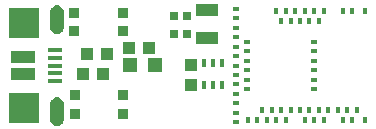
<source format=gbr>
G04 EAGLE Gerber RS-274X export*
G75*
%MOMM*%
%FSLAX34Y34*%
%LPD*%
%INSolderpaste Top*%
%IPPOS*%
%AMOC8*
5,1,8,0,0,1.08239X$1,22.5*%
G01*
%ADD10R,0.900000X0.900000*%
%ADD11R,2.000000X1.000000*%
%ADD12R,2.500000X2.500000*%
%ADD13R,1.250000X0.300000*%
%ADD14R,1.200000X1.200000*%
%ADD15R,0.400000X0.600000*%
%ADD16R,0.600000X0.400000*%
%ADD17R,1.000000X1.075000*%
%ADD18R,1.075000X1.000000*%
%ADD19R,0.350000X0.700000*%
%ADD20R,1.900000X1.100000*%
%ADD21R,0.800000X0.800000*%

G36*
X53548Y115773D02*
X53548Y115773D01*
X54822Y115973D01*
X54869Y115990D01*
X54959Y116011D01*
X56155Y116489D01*
X56198Y116516D01*
X56281Y116556D01*
X57341Y117288D01*
X57377Y117324D01*
X57448Y117382D01*
X58319Y118332D01*
X58346Y118374D01*
X58403Y118447D01*
X59040Y119567D01*
X59057Y119614D01*
X59096Y119697D01*
X59469Y120931D01*
X59474Y120981D01*
X59494Y121071D01*
X59583Y122356D01*
X59581Y122376D01*
X59584Y122400D01*
X59584Y133400D01*
X59582Y133415D01*
X59583Y133435D01*
X59522Y134561D01*
X59511Y134608D01*
X59503Y134684D01*
X59222Y135777D01*
X59202Y135821D01*
X59180Y135894D01*
X58692Y136911D01*
X58664Y136950D01*
X58627Y137017D01*
X57950Y137920D01*
X57915Y137953D01*
X57866Y138011D01*
X57026Y138764D01*
X56985Y138790D01*
X56925Y138838D01*
X55954Y139412D01*
X55909Y139429D01*
X55842Y139465D01*
X54777Y139839D01*
X54730Y139847D01*
X54657Y139869D01*
X53540Y140028D01*
X53512Y140027D01*
X53360Y140028D01*
X52244Y139869D01*
X52198Y139854D01*
X52123Y139839D01*
X51058Y139465D01*
X51016Y139441D01*
X50946Y139412D01*
X49975Y138838D01*
X49938Y138806D01*
X49874Y138764D01*
X49034Y138011D01*
X49005Y137974D01*
X48950Y137920D01*
X48273Y137017D01*
X48251Y136974D01*
X48208Y136911D01*
X47720Y135894D01*
X47707Y135847D01*
X47678Y135777D01*
X47397Y134684D01*
X47394Y134636D01*
X47378Y134561D01*
X47317Y133435D01*
X47319Y133419D01*
X47316Y133400D01*
X47316Y122400D01*
X47319Y122385D01*
X47317Y122365D01*
X47378Y121239D01*
X47390Y121192D01*
X47397Y121116D01*
X47678Y120023D01*
X47698Y119979D01*
X47720Y119906D01*
X48208Y118889D01*
X48237Y118850D01*
X48273Y118783D01*
X48950Y117880D01*
X48985Y117847D01*
X49034Y117789D01*
X49874Y117036D01*
X49915Y117010D01*
X49975Y116962D01*
X50946Y116388D01*
X50991Y116371D01*
X51058Y116335D01*
X52123Y115961D01*
X52170Y115953D01*
X52244Y115931D01*
X53360Y115772D01*
X53361Y115772D01*
X53548Y115773D01*
G37*
G36*
X53548Y37773D02*
X53548Y37773D01*
X54822Y37973D01*
X54869Y37990D01*
X54959Y38011D01*
X56155Y38489D01*
X56198Y38516D01*
X56281Y38556D01*
X57341Y39288D01*
X57377Y39324D01*
X57448Y39382D01*
X58319Y40332D01*
X58346Y40374D01*
X58403Y40447D01*
X59040Y41567D01*
X59057Y41614D01*
X59096Y41697D01*
X59469Y42931D01*
X59474Y42981D01*
X59494Y43071D01*
X59583Y44356D01*
X59581Y44376D01*
X59584Y44400D01*
X59584Y55400D01*
X59582Y55415D01*
X59583Y55435D01*
X59522Y56561D01*
X59511Y56608D01*
X59503Y56684D01*
X59222Y57777D01*
X59202Y57821D01*
X59180Y57894D01*
X58692Y58911D01*
X58664Y58950D01*
X58627Y59017D01*
X57950Y59920D01*
X57915Y59953D01*
X57866Y60011D01*
X57026Y60764D01*
X56985Y60790D01*
X56925Y60838D01*
X55954Y61412D01*
X55909Y61429D01*
X55842Y61465D01*
X54777Y61839D01*
X54730Y61847D01*
X54657Y61869D01*
X53540Y62028D01*
X53512Y62027D01*
X53360Y62028D01*
X52244Y61869D01*
X52198Y61854D01*
X52123Y61839D01*
X51058Y61465D01*
X51016Y61441D01*
X50946Y61412D01*
X49975Y60838D01*
X49938Y60806D01*
X49874Y60764D01*
X49034Y60011D01*
X49005Y59974D01*
X48950Y59920D01*
X48273Y59017D01*
X48251Y58974D01*
X48208Y58911D01*
X47720Y57894D01*
X47707Y57847D01*
X47678Y57777D01*
X47397Y56684D01*
X47394Y56636D01*
X47378Y56561D01*
X47317Y55435D01*
X47319Y55419D01*
X47316Y55400D01*
X47316Y44400D01*
X47319Y44385D01*
X47317Y44365D01*
X47378Y43239D01*
X47390Y43192D01*
X47397Y43116D01*
X47678Y42023D01*
X47698Y41979D01*
X47720Y41906D01*
X48208Y40889D01*
X48237Y40850D01*
X48273Y40783D01*
X48950Y39880D01*
X48985Y39847D01*
X49034Y39789D01*
X49874Y39036D01*
X49915Y39010D01*
X49975Y38962D01*
X50946Y38388D01*
X50991Y38371D01*
X51058Y38335D01*
X52123Y37961D01*
X52170Y37953D01*
X52244Y37931D01*
X53360Y37772D01*
X53361Y37772D01*
X53548Y37773D01*
G37*
D10*
X109908Y63880D03*
X109908Y47880D03*
X68908Y47880D03*
X68908Y63880D03*
D11*
X24450Y96400D03*
X24450Y81400D03*
D12*
X25450Y124900D03*
X25450Y52900D03*
D13*
X52200Y101900D03*
X52200Y95400D03*
X52200Y88900D03*
X52200Y82400D03*
X52200Y75900D03*
D14*
X115230Y89154D03*
X136230Y89154D03*
D15*
X314360Y135400D03*
X295360Y135400D03*
X279360Y135400D03*
X275360Y126400D03*
X267360Y126400D03*
X259360Y126400D03*
X255360Y135400D03*
X251360Y126400D03*
X247360Y135400D03*
X243360Y126400D03*
X239360Y135400D03*
X263360Y135400D03*
D16*
X205360Y136900D03*
D15*
X271360Y135400D03*
D16*
X205360Y128900D03*
D15*
X303360Y135400D03*
D16*
X205360Y120900D03*
X205360Y112900D03*
X205360Y104900D03*
X205360Y96900D03*
X205360Y88900D03*
X205360Y80900D03*
X205360Y72900D03*
X214360Y100900D03*
X214360Y92900D03*
X214360Y84900D03*
X214360Y76900D03*
X214360Y68900D03*
X205360Y48900D03*
X205360Y64900D03*
X205360Y56900D03*
X205360Y40900D03*
D15*
X215360Y42400D03*
X223360Y42400D03*
X231360Y42400D03*
X235360Y51400D03*
X243360Y51400D03*
X239360Y42400D03*
X227360Y51400D03*
D16*
X214360Y108900D03*
D15*
X247360Y42400D03*
X251360Y51400D03*
X259360Y51400D03*
X263360Y42400D03*
X267360Y51400D03*
X271360Y42400D03*
X275360Y51400D03*
X279360Y42400D03*
X283360Y51400D03*
X291360Y51400D03*
X295360Y42400D03*
X299360Y51400D03*
X303360Y42400D03*
X307360Y51400D03*
X314360Y42400D03*
D16*
X271360Y108900D03*
X271360Y100900D03*
X271360Y92900D03*
X271360Y84900D03*
X271360Y76900D03*
X271360Y68900D03*
D17*
X167259Y89526D03*
X167259Y72526D03*
D18*
X114817Y103886D03*
X131817Y103886D03*
X79130Y99060D03*
X96130Y99060D03*
X75955Y81915D03*
X92955Y81915D03*
D19*
X192920Y91415D03*
X185420Y91415D03*
X177920Y91415D03*
X177920Y72415D03*
X185420Y72415D03*
X192920Y72415D03*
D10*
X68400Y117730D03*
X68400Y133730D03*
X109400Y133730D03*
X109400Y117730D03*
D20*
X180848Y136206D03*
X180848Y112206D03*
D21*
X164084Y131064D03*
X164084Y115824D03*
X152400Y115697D03*
X152400Y130937D03*
M02*

</source>
